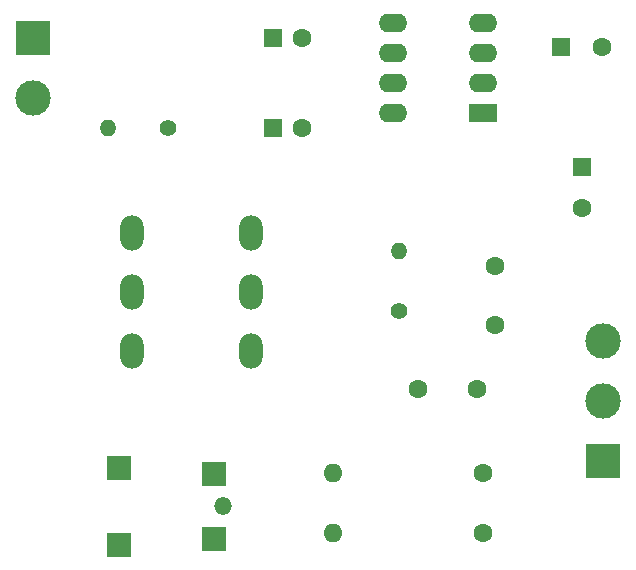
<source format=gbr>
G04 #@! TF.GenerationSoftware,KiCad,Pcbnew,(5.0.0)*
G04 #@! TF.CreationDate,2018-10-15T10:25:54+02:00*
G04 #@! TF.ProjectId,Amplificador_3W_TDA2822,416D706C6966696361646F725F33575F,rev?*
G04 #@! TF.SameCoordinates,Original*
G04 #@! TF.FileFunction,Copper,L1,Top,Signal*
G04 #@! TF.FilePolarity,Positive*
%FSLAX46Y46*%
G04 Gerber Fmt 4.6, Leading zero omitted, Abs format (unit mm)*
G04 Created by KiCad (PCBNEW (5.0.0)) date 10/15/18 10:25:54*
%MOMM*%
%LPD*%
G01*
G04 APERTURE LIST*
G04 #@! TA.AperFunction,ComponentPad*
%ADD10R,1.600000X1.600000*%
G04 #@! TD*
G04 #@! TA.AperFunction,ComponentPad*
%ADD11C,1.600000*%
G04 #@! TD*
G04 #@! TA.AperFunction,ComponentPad*
%ADD12R,3.000000X3.000000*%
G04 #@! TD*
G04 #@! TA.AperFunction,ComponentPad*
%ADD13C,3.000000*%
G04 #@! TD*
G04 #@! TA.AperFunction,ComponentPad*
%ADD14R,2.000000X2.000000*%
G04 #@! TD*
G04 #@! TA.AperFunction,ComponentPad*
%ADD15O,1.500000X1.500000*%
G04 #@! TD*
G04 #@! TA.AperFunction,ComponentPad*
%ADD16C,1.400000*%
G04 #@! TD*
G04 #@! TA.AperFunction,ComponentPad*
%ADD17O,1.400000X1.400000*%
G04 #@! TD*
G04 #@! TA.AperFunction,ComponentPad*
%ADD18O,1.600000X1.600000*%
G04 #@! TD*
G04 #@! TA.AperFunction,ComponentPad*
%ADD19O,2.000000X3.000000*%
G04 #@! TD*
G04 #@! TA.AperFunction,ComponentPad*
%ADD20R,2.400000X1.600000*%
G04 #@! TD*
G04 #@! TA.AperFunction,ComponentPad*
%ADD21O,2.400000X1.600000*%
G04 #@! TD*
G04 APERTURE END LIST*
D10*
G04 #@! TO.P,C1,1*
G04 #@! TO.N,IN-L(-)*
X138430000Y-76200000D03*
D11*
G04 #@! TO.P,C1,2*
G04 #@! TO.N,Earth*
X140930000Y-76200000D03*
G04 #@! TD*
D10*
G04 #@! TO.P,C2,1*
G04 #@! TO.N,IN-R(-)*
X138430000Y-68580000D03*
D11*
G04 #@! TO.P,C2,2*
G04 #@! TO.N,Earth*
X140930000Y-68580000D03*
G04 #@! TD*
D10*
G04 #@! TO.P,C3,1*
G04 #@! TO.N,OUT-L*
X164592000Y-79502000D03*
D11*
G04 #@! TO.P,C3,2*
G04 #@! TO.N,Net-(C3-Pad2)*
X164592000Y-83002000D03*
G04 #@! TD*
D10*
G04 #@! TO.P,C4,1*
G04 #@! TO.N,OUT-R*
X162814000Y-69342000D03*
D11*
G04 #@! TO.P,C4,2*
G04 #@! TO.N,Net-(C4-Pad2)*
X166314000Y-69342000D03*
G04 #@! TD*
G04 #@! TO.P,C5,1*
G04 #@! TO.N,Net-(C3-Pad2)*
X157226000Y-87884000D03*
G04 #@! TO.P,C5,2*
G04 #@! TO.N,Net-(C5-Pad2)*
X157226000Y-92884000D03*
G04 #@! TD*
G04 #@! TO.P,C6,1*
G04 #@! TO.N,Net-(C4-Pad2)*
X155702000Y-98298000D03*
G04 #@! TO.P,C6,2*
G04 #@! TO.N,Net-(C6-Pad2)*
X150702000Y-98298000D03*
G04 #@! TD*
D12*
G04 #@! TO.P,J1,1*
G04 #@! TO.N,+12V*
X118110000Y-68580000D03*
D13*
G04 #@! TO.P,J1,2*
G04 #@! TO.N,Earth*
X118110000Y-73660000D03*
G04 #@! TD*
D14*
G04 #@! TO.P,J2,S*
G04 #@! TO.N,Earth*
X133420000Y-111010000D03*
D15*
X134170000Y-108260000D03*
D14*
G04 #@! TO.P,J2,T*
G04 #@! TO.N,Net-(J2-PadT)*
X125420000Y-111510000D03*
G04 #@! TO.P,J2,R*
G04 #@! TO.N,Net-(J2-PadR)*
X133420000Y-105510000D03*
G04 #@! TO.P,J2,T*
G04 #@! TO.N,Net-(J2-PadT)*
X125420000Y-105010000D03*
G04 #@! TD*
D12*
G04 #@! TO.P,J3,1*
G04 #@! TO.N,Net-(C3-Pad2)*
X166370000Y-104394000D03*
D13*
G04 #@! TO.P,J3,2*
G04 #@! TO.N,Earth*
X166370000Y-99314000D03*
G04 #@! TO.P,J3,3*
G04 #@! TO.N,Net-(C4-Pad2)*
X166370000Y-94234000D03*
G04 #@! TD*
D16*
G04 #@! TO.P,R1,1*
G04 #@! TO.N,IN-L(+)*
X129540000Y-76200000D03*
D17*
G04 #@! TO.P,R1,2*
G04 #@! TO.N,Earth*
X124460000Y-76200000D03*
G04 #@! TD*
D16*
G04 #@! TO.P,R2,1*
G04 #@! TO.N,IN-R(+)*
X149098000Y-91694000D03*
D17*
G04 #@! TO.P,R2,2*
G04 #@! TO.N,Earth*
X149098000Y-86614000D03*
G04 #@! TD*
D11*
G04 #@! TO.P,R3,1*
G04 #@! TO.N,Net-(C5-Pad2)*
X156210000Y-105410000D03*
D18*
G04 #@! TO.P,R3,2*
G04 #@! TO.N,Earth*
X143510000Y-105410000D03*
G04 #@! TD*
D11*
G04 #@! TO.P,R4,1*
G04 #@! TO.N,Net-(C6-Pad2)*
X156210000Y-110490000D03*
D18*
G04 #@! TO.P,R4,2*
G04 #@! TO.N,Earth*
X143510000Y-110490000D03*
G04 #@! TD*
D19*
G04 #@! TO.P,RV1,1*
G04 #@! TO.N,Net-(J2-PadT)*
X126540000Y-95090000D03*
G04 #@! TO.P,RV1,2*
G04 #@! TO.N,IN-L(+)*
X126540000Y-90090000D03*
G04 #@! TO.P,RV1,3*
G04 #@! TO.N,Earth*
X126540000Y-85090000D03*
G04 #@! TO.P,RV1,4*
G04 #@! TO.N,Net-(J2-PadR)*
X136540000Y-95090000D03*
G04 #@! TO.P,RV1,5*
G04 #@! TO.N,IN-R(+)*
X136540000Y-90090000D03*
G04 #@! TO.P,RV1,6*
G04 #@! TO.N,Earth*
X136540000Y-85090000D03*
G04 #@! TD*
D20*
G04 #@! TO.P,U1,1*
G04 #@! TO.N,OUT-L*
X156210000Y-74930000D03*
D21*
G04 #@! TO.P,U1,5*
G04 #@! TO.N,IN-R(-)*
X148590000Y-67310000D03*
G04 #@! TO.P,U1,2*
G04 #@! TO.N,+12V*
X156210000Y-72390000D03*
G04 #@! TO.P,U1,6*
G04 #@! TO.N,IN-R(+)*
X148590000Y-69850000D03*
G04 #@! TO.P,U1,3*
G04 #@! TO.N,OUT-R*
X156210000Y-69850000D03*
G04 #@! TO.P,U1,7*
G04 #@! TO.N,IN-L(+)*
X148590000Y-72390000D03*
G04 #@! TO.P,U1,4*
G04 #@! TO.N,Earth*
X156210000Y-67310000D03*
G04 #@! TO.P,U1,8*
G04 #@! TO.N,IN-L(-)*
X148590000Y-74930000D03*
G04 #@! TD*
M02*

</source>
